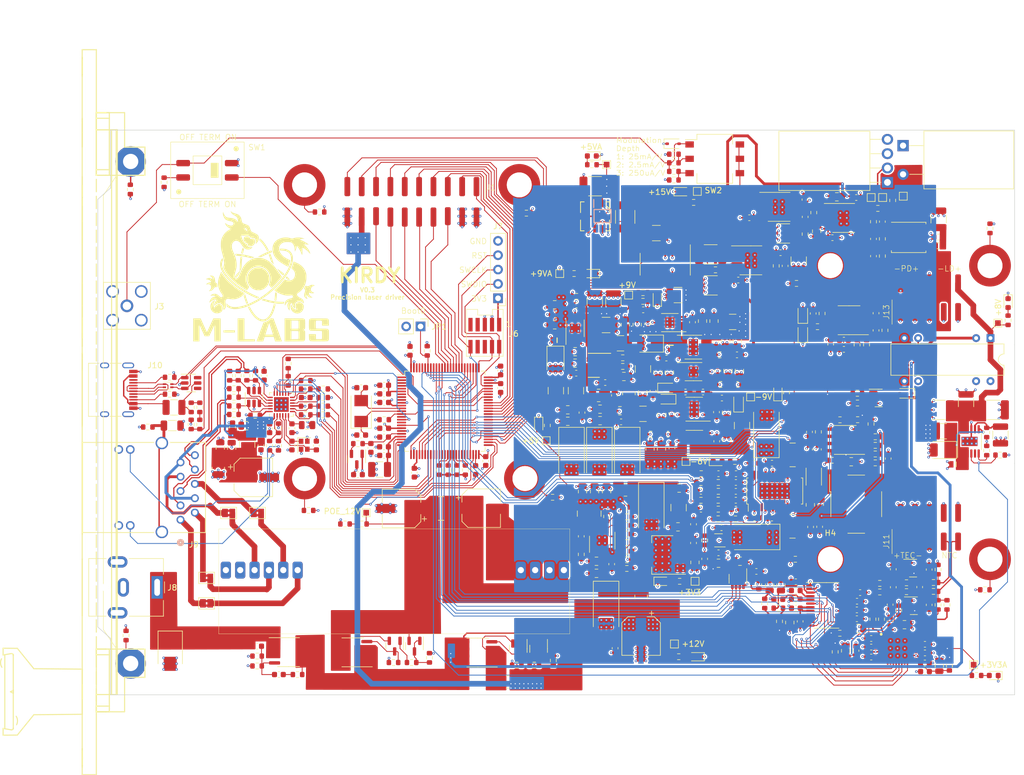
<source format=kicad_pcb>
(kicad_pcb (version 20221018) (generator pcbnew)

  (general
    (thickness 1.6)
  )

  (paper "A4")
  (layers
    (0 "F.Cu" jumper)
    (1 "In1.Cu" signal)
    (2 "In2.Cu" signal)
    (31 "B.Cu" signal)
    (32 "B.Adhes" user "B.Adhesive")
    (33 "F.Adhes" user "F.Adhesive")
    (34 "B.Paste" user)
    (35 "F.Paste" user)
    (36 "B.SilkS" user "B.Silkscreen")
    (37 "F.SilkS" user "F.Silkscreen")
    (38 "B.Mask" user)
    (39 "F.Mask" user)
    (40 "Dwgs.User" user "User.Drawings")
    (41 "Cmts.User" user "User.Comments")
    (42 "Eco1.User" user "User.Eco1")
    (43 "Eco2.User" user "User.Eco2")
    (44 "Edge.Cuts" user)
    (45 "Margin" user)
    (46 "B.CrtYd" user "B.Courtyard")
    (47 "F.CrtYd" user "F.Courtyard")
    (48 "B.Fab" user)
    (49 "F.Fab" user)
    (50 "User.1" user)
    (51 "User.2" user)
    (52 "User.3" user)
    (53 "User.4" user)
    (54 "User.5" user)
    (55 "User.6" user)
    (56 "User.7" user)
    (57 "User.8" user)
    (58 "User.9" user)
  )

  (setup
    (stackup
      (layer "F.SilkS" (type "Top Silk Screen"))
      (layer "F.Paste" (type "Top Solder Paste"))
      (layer "F.Mask" (type "Top Solder Mask") (thickness 0.01))
      (layer "F.Cu" (type "copper") (thickness 0.035))
      (layer "dielectric 1" (type "core") (thickness 0.48) (material "FR4") (epsilon_r 4.5) (loss_tangent 0.02))
      (layer "In1.Cu" (type "copper") (thickness 0.035))
      (layer "dielectric 2" (type "prepreg") (thickness 0.48) (material "FR4") (epsilon_r 4.5) (loss_tangent 0.02))
      (layer "In2.Cu" (type "copper") (thickness 0.035))
      (layer "dielectric 3" (type "core") (thickness 0.48) (material "FR4") (epsilon_r 4.5) (loss_tangent 0.02))
      (layer "B.Cu" (type "copper") (thickness 0.035))
      (layer "B.Mask" (type "Bottom Solder Mask") (thickness 0.01))
      (layer "B.Paste" (type "Bottom Solder Paste"))
      (layer "B.SilkS" (type "Bottom Silk Screen"))
      (copper_finish "ENIG")
      (dielectric_constraints no)
    )
    (pad_to_mask_clearance 0)
    (pcbplotparams
      (layerselection 0x00010fc_ffffffff)
      (plot_on_all_layers_selection 0x0000000_00000000)
      (disableapertmacros false)
      (usegerberextensions true)
      (usegerberattributes false)
      (usegerberadvancedattributes false)
      (creategerberjobfile true)
      (dashed_line_dash_ratio 12.000000)
      (dashed_line_gap_ratio 3.000000)
      (svgprecision 6)
      (plotframeref false)
      (viasonmask false)
      (mode 1)
      (useauxorigin false)
      (hpglpennumber 1)
      (hpglpenspeed 20)
      (hpglpendiameter 15.000000)
      (dxfpolygonmode true)
      (dxfimperialunits true)
      (dxfusepcbnewfont true)
      (psnegative false)
      (psa4output false)
      (plotreference false)
      (plotvalue false)
      (plotinvisibletext false)
      (sketchpadsonfab false)
      (subtractmaskfromsilk true)
      (outputformat 1)
      (mirror false)
      (drillshape 0)
      (scaleselection 1)
      (outputdirectory "gerbers")
    )
  )

  (net 0 "")
  (net 1 "+5VA")
  (net 2 "GND")
  (net 3 "Net-(U1-VOUT_F)")
  (net 4 "Net-(U4--)")
  (net 5 "Net-(U2-OUT)")
  (net 6 "Net-(U4-+)")
  (net 7 "+9VA")
  (net 8 "-6V")
  (net 9 "+15V")
  (net 10 "Net-(U6-+)")
  (net 11 "Net-(C13-Pad2)")
  (net 12 "/MCU/PD_MON")
  (net 13 "Net-(C18-Pad2)")
  (net 14 "Net-(C18-Pad1)")
  (net 15 "Net-(U5B-+)")
  (net 16 "+3V3")
  (net 17 "Net-(U6--)")
  (net 18 "Net-(Q2-G)")
  (net 19 "/MCU/VREF")
  (net 20 "+12V")
  (net 21 "Net-(C25-Pad2)")
  (net 22 "Net-(C26-Pad2)")
  (net 23 "Net-(C26-Pad1)")
  (net 24 "Net-(C27-Pad1)")
  (net 25 "/driveStage/PD_C")
  (net 26 "Net-(C28-Pad1)")
  (net 27 "-9V")
  (net 28 "IN")
  (net 29 "Net-(U8-VCAP_1)")
  (net 30 "Net-(U8-VCAP_2)")
  (net 31 "Net-(C52-Pad1)")
  (net 32 "Net-(U8-PH0)")
  (net 33 "Net-(U8-PH1)")
  (net 34 "/MCU/VDDA")
  (net 35 "Net-(D6-K)")
  (net 36 "Net-(D5-A)")
  (net 37 "Net-(U9-C+)")
  (net 38 "Net-(D5-K)")
  (net 39 "Net-(C57-Pad1)")
  (net 40 "+9V")
  (net 41 "+8V")
  (net 42 "+3.3VA")
  (net 43 "/thermostat/DAC_REF")
  (net 44 "Net-(U9-C-)")
  (net 45 "Net-(D7-A)")
  (net 46 "Net-(U16-PGFB)")
  (net 47 "/thermostat/MAXV")
  (net 48 "/thermostat/MAXIP")
  (net 49 "/thermostat/MAXIN")
  (net 50 "Net-(U11-EN{slash}UV)")
  (net 51 "Net-(U12-EN{slash}UV)")
  (net 52 "Net-(U13-EN{slash}UV)")
  (net 53 "/MCU/TEC_ISEN")
  (net 54 "Net-(U15-EN{slash}UV)")
  (net 55 "/thermostat/TEC_VREF")
  (net 56 "Net-(U14-EN{slash}UV)")
  (net 57 "Net-(U11-SET)")
  (net 58 "Net-(U16-SET)")
  (net 59 "+5V")
  (net 60 "Net-(U12-SET)")
  (net 61 "Net-(U13-SET)")
  (net 62 "Net-(U14-SET)")
  (net 63 "Net-(U15-SET)")
  (net 64 "Net-(U19-REGCAPD)")
  (net 65 "Net-(U18-REGCAPD)")
  (net 66 "Net-(U21-CTLI)")
  (net 67 "Net-(U18-REFOUT)")
  (net 68 "Net-(U18-REGCAPA)")
  (net 69 "Net-(U19-REGCAPA)")
  (net 70 "Net-(U21-COMP)")
  (net 71 "Net-(U21-CS)")
  (net 72 "Net-(U21-OS2)")
  (net 73 "/Ehternet/AVDDT_PHY")
  (net 74 "/Ehternet/ETH_SHIELD")
  (net 75 "Net-(U23-VIN)")
  (net 76 "Net-(U23-SS{slash}TR)")
  (net 77 "/MCU/RST")
  (net 78 "Net-(FB12-Pad1)")
  (net 79 "/thermostat/TEC+")
  (net 80 "/thermostat/TEC-")
  (net 81 "Net-(U23-BOOT)")
  (net 82 "/MCU/USB_DP")
  (net 83 "/MCU/USB_DN")
  (net 84 "/MCU/SWDIO")
  (net 85 "/MCU/SWCLK")
  (net 86 "Net-(U23-COMP)")
  (net 87 "/digital supply/+12V_Barrel_Jack")
  (net 88 "Net-(Q4-G)")
  (net 89 "Net-(U24-VI)")
  (net 90 "Net-(U26-XTAL2)")
  (net 91 "Net-(U26-XTAL1)")
  (net 92 "Net-(U26-VDDCR)")
  (net 93 "Net-(D1-A2)")
  (net 94 "/driveStage/LD-")
  (net 95 "/thermostat/NTC+")
  (net 96 "/thermostat/NTC-")
  (net 97 "Net-(D4-A)")
  (net 98 "Net-(U27-VBUS)")
  (net 99 "Net-(L3-Pad1)")
  (net 100 "Net-(U21-OS1)")
  (net 101 "Net-(FL2-Pad4)")
  (net 102 "Net-(FL2-Pad1)")
  (net 103 "unconnected-(J6-Pin_6-Pad6)")
  (net 104 "/MCU/PWM_MAXV")
  (net 105 "/MCU/PWM_MAXIP")
  (net 106 "/MCU/PWM_MAXIN")
  (net 107 "unconnected-(J6-Pin_7-Pad7)")
  (net 108 "unconnected-(J6-Pin_8-Pad8)")
  (net 109 "unconnected-(J6-Pin_9-Pad9)")
  (net 110 "/MCU/TEC_VSEN")
  (net 111 "/Ehternet/POE_VC2-")
  (net 112 "/Ehternet/POE_VC1-")
  (net 113 "/MCU/POE_PWR_SRC")
  (net 114 "/Ehternet/RMII_RXD0")
  (net 115 "/Ehternet/POE_VC2+")
  (net 116 "/Ehternet/RMII_RXD1")
  (net 117 "/Ehternet/POE_VC1+")
  (net 118 "/Ehternet/RMII_CRS_DV")
  (net 119 "/Ehternet/RMII_REF_CLK")
  (net 120 "/Ehternet/RMII_MDIO")
  (net 121 "Net-(J9-Pad11)")
  (net 122 "/Ehternet/ETH_LED_1")
  (net 123 "Net-(J9-Pad13)")
  (net 124 "/Ehternet/PHY_TD_P")
  (net 125 "/Ehternet/PHY_TD_N")
  (net 126 "/Ehternet/PHY_RD_P")
  (net 127 "/Ehternet/PHY_RD_N")
  (net 128 "/Ehternet/ETH_LED_2")
  (net 129 "unconnected-(J10-SBU2-PadB8)")
  (net 130 "Net-(J10-CC2)")
  (net 131 "/MCU/USB_VBUS")
  (net 132 "/MCU/LDAC_LOAD")
  (net 133 "/MCU/LDAC_CLK")
  (net 134 "/MCU/LDAC_MOSI")
  (net 135 "/MCU/LDAC_CS")
  (net 136 "/MCU/TADC_SYNC")
  (net 137 "/MCU/TADC_MISO")
  (net 138 "/MCU/TDAC_MOSI")
  (net 139 "/MCU/TADC_CLK")
  (net 140 "/MCU/TDAC_CLK")
  (net 141 "/MCU/TADC_CS")
  (net 142 "/MCU/TDAC_SYNC")
  (net 143 "/MCU/TADC_MOSI")
  (net 144 "unconnected-(J10-SBU1-PadA8)")
  (net 145 "Net-(J10-CC1)")
  (net 146 "Net-(JP1-A)")
  (net 147 "Net-(JP2-B)")
  (net 148 "Net-(JP3-B)")
  (net 149 "Net-(JP4-B)")
  (net 150 "Net-(JP5-B)")
  (net 151 "Net-(L4-Pad1)")
  (net 152 "Net-(Q9-E)")
  (net 153 "Net-(Q1-G)")
  (net 154 "Net-(Q2-S-Pad1)")
  (net 155 "Net-(Q3-B)")
  (net 156 "Net-(Q5-G)")
  (net 157 "/Ehternet/RMII_MDC")
  (net 158 "/Ehternet/PHY_NRST")
  (net 159 "Net-(Q6-B)")
  (net 160 "Net-(Q7-B)")
  (net 161 "Net-(Q8-G)")
  (net 162 "Net-(Q9-B)")
  (net 163 "Net-(R3-Pad2)")
  (net 164 "/Ehternet/RMII_TX_EN")
  (net 165 "/Ehternet/RMII_TXD0")
  (net 166 "/Ehternet/RMII_TXD1")
  (net 167 "Net-(R5-Pad2)")
  (net 168 "Net-(U3--)")
  (net 169 "Net-(U5B--)")
  (net 170 "Net-(U7-OUT)")
  (net 171 "Net-(U8-PE8)")
  (net 172 "Net-(U8-PE9)")
  (net 173 "Net-(U8-PE10)")
  (net 174 "Net-(U8-PE11)")
  (net 175 "Net-(U16-ILIM)")
  (net 176 "Net-(U10-SET)")
  (net 177 "Net-(U17-VFB)")
  (net 178 "Net-(U20B--)")
  (net 179 "Net-(U18-AIN0)")
  (net 180 "Net-(U18-AIN1)")
  (net 181 "Net-(U19-AIN0{slash}REF2-)")
  (net 182 "Net-(U19-AIN1{slash}REF2+)")
  (net 183 "unconnected-(K1-Pad14)")
  (net 184 "Net-(U20A-+)")
  (net 185 "Net-(U20A--)")
  (net 186 "Net-(U23-EN)")
  (net 187 "Net-(U23-RT{slash}CLK)")
  (net 188 "Net-(U23-VSENSE)")
  (net 189 "Net-(U26-RXD0)")
  (net 190 "Net-(U26-RXD1)")
  (net 191 "Net-(U26-CRS_DV)")
  (net 192 "Net-(U26-nINT)")
  (net 193 "Net-(U26-RXER)")
  (net 194 "Net-(U26-RBIAS)")
  (net 195 "Net-(U3-+)")
  (net 196 "Net-(U1-VOUT_S)")
  (net 197 "unconnected-(U2-INV-Pad13)")
  (net 198 "unconnected-(U2-NC-Pad9)")
  (net 199 "unconnected-(U2-RFB-Pad1)")
  (net 200 "unconnected-(U8-PE1-Pad98)")
  (net 201 "unconnected-(U8-PE0-Pad97)")
  (net 202 "unconnected-(U8-PB9-Pad96)")
  (net 203 "unconnected-(U8-PA10-Pad69)")
  (net 204 "unconnected-(U8-PA8-Pad67)")
  (net 205 "unconnected-(U8-PE15-Pad46)")
  (net 206 "unconnected-(U8-PE14-Pad45)")
  (net 207 "/MCU/LD_EN")
  (net 208 "unconnected-(U8-PE13-Pad44)")
  (net 209 "unconnected-(U8-PE12-Pad43)")
  (net 210 "unconnected-(U8-PE7-Pad38)")
  (net 211 "unconnected-(U8-PB2-Pad37)")
  (net 212 "/MCU/TEC_~{SHDN}")
  (net 213 "/MCU/~{LD_SHORT}")
  (net 214 "unconnected-(U8-PC2-Pad17)")
  (net 215 "unconnected-(U8-PC0-Pad15)")
  (net 216 "unconnected-(U8-PC15-Pad9)")
  (net 217 "unconnected-(U8-PC14-Pad8)")
  (net 218 "unconnected-(U8-PC13-Pad7)")
  (net 219 "unconnected-(U8-PE6-Pad5)")
  (net 220 "unconnected-(U8-PE5-Pad4)")
  (net 221 "unconnected-(U8-PE4-Pad3)")
  (net 222 "unconnected-(U8-PE3-Pad2)")
  (net 223 "unconnected-(U8-PE2-Pad1)")
  (net 224 "12Vin")
  (net 225 "unconnected-(U9-NC-Pad12)")
  (net 226 "unconnected-(U9-NC-Pad7)")
  (net 227 "unconnected-(U9-NC-Pad6)")
  (net 228 "unconnected-(U9-NC-Pad3)")
  (net 229 "unconnected-(U9-NC-Pad1)")
  (net 230 "unconnected-(U10-ILIM-Pad5)")
  (net 231 "unconnected-(U11-PG-Pad4)")
  (net 232 "unconnected-(U12-PG-Pad5)")
  (net 233 "unconnected-(U13-PG-Pad4)")
  (net 234 "unconnected-(U14-VIOC-Pad7)")
  (net 235 "unconnected-(U14-PG-Pad4)")
  (net 236 "unconnected-(U15-PG-Pad4)")
  (net 237 "unconnected-(U16-PG-Pad5)")
  (net 238 "unconnected-(U18-GPIO1-Pad20)")
  (net 239 "unconnected-(U18-GPIO0-Pad19)")
  (net 240 "unconnected-(U18-XTAL2{slash}CLKIO-Pad10)")
  (net 241 "unconnected-(U18-XTAL1-Pad9)")
  (net 242 "unconnected-(U19-DNC-Pad3)")
  (net 243 "unconnected-(U19-PDSW-Pad8)")
  (net 244 "unconnected-(U19-XTAL1-Pad9)")
  (net 245 "unconnected-(U19-XTAL2{slash}CLKIO-Pad10)")
  (net 246 "unconnected-(U19-~{ERROR}-Pad15)")
  (net 247 "unconnected-(U19-GPIO0-Pad20)")
  (net 248 "unconnected-(U19-GPIO1-Pad21)")
  (net 249 "unconnected-(U19-GPIO2-Pad22)")
  (net 250 "unconnected-(U19-AIN2-Pad23)")
  (net 251 "unconnected-(U19-AIN3-Pad24)")
  (net 252 "unconnected-(U19-AIN4-Pad25)")
  (net 253 "unconnected-(U19-AIN5-Pad26)")
  (net 254 "unconnected-(U19-AIN6-Pad27)")
  (net 255 "unconnected-(U19-AIN7-Pad28)")
  (net 256 "unconnected-(U19-AIN8-Pad29)")
  (net 257 "unconnected-(U19-GPO3-Pad30)")
  (net 258 "Net-(U20B-+)")
  (net 259 "unconnected-(U22-NC-Pad2)")
  (net 260 "unconnected-(U22-NC-Pad1)")
  (net 261 "unconnected-(U23-PWRGD-Pad14)")
  (net 262 "unconnected-(U27-I{slash}O4-Pad6)")
  (net 263 "unconnected-(U27-I{slash}O3-Pad4)")
  (net 264 "/Ehternet/RJ45_RD_N")
  (net 265 "/Ehternet/RJ45_RD_P")
  (net 266 "/Ehternet/RJ45_TD_N")
  (net 267 "/Ehternet/RJ45_TD_P")
  (net 268 "/thermostat/ADC1_REF")
  (net 269 "/thermostat/ADC1_A3V3")
  (net 270 "/thermostat/ADC1_D3V3")
  (net 271 "/thermostat/ADC2_D3V3")
  (net 272 "/thermostat/ADC2_A3V3")
  (net 273 "/thermostat/ADC2_REF")
  (net 274 "Net-(C124-Pad1)")
  (net 275 "Net-(C125-Pad1)")
  (net 276 "Net-(C126-Pad1)")
  (net 277 "Net-(C156-Pad2)")
  (net 278 "Net-(C157-Pad2)")
  (net 279 "Net-(C166-Pad2)")
  (net 280 "Net-(C167-Pad2)")
  (net 281 "Net-(C177-Pad2)")
  (net 282 "Net-(C76-Pad1)")
  (net 283 "Net-(C179-Pad1)")
  (net 284 "Net-(C187-Pad2)")
  (net 285 "Net-(C188-Pad1)")
  (net 286 "Net-(C208-Pad1)")
  (net 287 "Net-(R7-Pad2)")
  (net 288 "Net-(R23-Pad2)")
  (net 289 "unconnected-(R25-Pad3)")
  (net 290 "Net-(R35-Pad2)")
  (net 291 "Net-(R66-Pad2)")
  (net 292 "Net-(R121-Pad2)")
  (net 293 "Net-(R122-Pad1)")
  (net 294 "/MCU/TERM_STAT")
  (net 295 "Net-(MH1-Pad1)")
  (net 296 "Net-(MH1-Pad2)")
  (net 297 "/thermostat/TEC_REF")
  (net 298 "Net-(D12-A)")
  (net 299 "Net-(D13-A)")
  (net 300 "Net-(D14-A)")
  (net 301 "Net-(D15-A)")
  (net 302 "Net-(D16-A)")
  (net 303 "Net-(D17-A)")
  (net 304 "Net-(D18-A)")
  (net 305 "Net-(D19-A)")
  (net 306 "Net-(D20-A)")
  (net 307 "Net-(D21-A)")
  (net 308 "Net-(D11-A)")
  (net 309 "/digital supply/POE_12V")
  (net 310 "Net-(U29-+)")
  (net 311 "Net-(U29--)")
  (net 312 "Net-(H2-Pad1)")
  (net 313 "Net-(H1-Pad1)")
  (net 314 "Net-(H4-Pad1)")
  (net 315 "Net-(H3-Pad1)")
  (net 316 "Net-(H5-Pad1)")
  (net 317 "Net-(H6-Pad1)")
  (net 318 "Net-(H7-Pad1)")
  (net 319 "Net-(H8-Pad1)")
  (net 320 "/MCU/PC9")
  (net 321 "/MCU/PC8")
  (net 322 "/MCU/PC7")
  (net 323 "/MCU/PD1")
  (net 324 "/MCU/PC6")
  (net 325 "/MCU/PD2")
  (net 326 "/MCU/PD15")
  (net 327 "/MCU/PD3")
  (net 328 "/MCU/PD14")
  (net 329 "/MCU/PD4")
  (net 330 "/MCU/PD13")
  (net 331 "/MCU/PD5")
  (net 332 "/MCU/PD12")
  (net 333 "/MCU/PD6")
  (net 334 "/MCU/PD11")
  (net 335 "/MCU/PD10")

  (footprint "Resistor_SMD:R_0603_1608Metric" (layer "F.Cu") (at 34.544 45.8338 180))

  (footprint "Resistor_SMD:R_0603_1608Metric" (layer "F.Cu") (at 56.4434 93.4499 90))

  (footprint "Capacitor_SMD:C_0603_1608Metric" (layer "F.Cu") (at 34.544 47.3578))

  (footprint "Capacitor_SMD:C_0603_1608Metric" (layer "F.Cu") (at 138.5316 80.9498 90))

  (footprint "Package_TO_SOT_SMD:SOT-23" (layer "F.Cu") (at 50.2882 91.3874 -90))

  (footprint "Capacitor_SMD:C_0805_2012Metric" (layer "F.Cu") (at 103.4288 76.5556 -90))

  (footprint "Inductor_SMD:L_1210_3225Metric" (layer "F.Cu") (at 47.617 60.0964))

  (footprint "Capacitor_SMD:C_0603_1608Metric" (layer "F.Cu") (at 104.4956 63.9706 180))

  (footprint "Resistor_SMD:R_0603_1608Metric" (layer "F.Cu") (at 119.634 46.482 -90))

  (footprint "Resistor_SMD:R_0603_1608Metric" (layer "F.Cu") (at 73.6 14.7 180))

  (footprint "Capacitor_SMD:C_0805_2012Metric" (layer "F.Cu") (at 107.6 76.7))

  (footprint "Capacitor_SMD:C_0603_1608Metric" (layer "F.Cu") (at 137.6328 58.1658 90))

  (footprint "Package_QFP:LQFP-100_14x14mm_P0.5mm" (layer "F.Cu") (at 59.182 49.7798))

  (footprint "Capacitor_SMD:C_0603_1608Metric" (layer "F.Cu") (at 104.4956 67.1332 180))

  (footprint "Resistor_SMD:R_0603_1608Metric" (layer "F.Cu") (at 33.0955 96.414))

  (footprint "Resistor_SMD:R_0603_1608Metric" (layer "F.Cu") (at 37.6308 47.3578 180))

  (footprint "Inductor_SMD:L_1008_2520Metric" (layer "F.Cu") (at 91.7448 46.6344 -90))

  (footprint "Capacitor_SMD:C_0603_1608Metric" (layer "F.Cu") (at 110.6875 60.8397))

  (footprint "Capacitor_SMD:C_0805_2012Metric" (layer "F.Cu") (at 94.1832 46.3922 -90))

  (footprint "Resistor_SMD:R_0603_1608Metric" (layer "F.Cu") (at 115.7754 83.822 -90))

  (footprint "Resistor_SMD:R_0603_1608Metric" (layer "F.Cu") (at 37.6308 45.8338 180))

  (footprint "Resistor_SMD:R_0603_1608Metric" (layer "F.Cu") (at 129.075 89.1 180))

  (footprint "Resistor_SMD:R_0603_1608Metric" (layer "F.Cu") (at 104.4956 62.3984))

  (footprint "Resistor_SMD:R_0603_1608Metric" (layer "F.Cu") (at 78.36 93.918 90))

  (footprint "Capacitor_SMD:C_0603_1608Metric" (layer "F.Cu") (at 135.0256 22.3134 -90))

  (footprint "Capacitor_SMD:C_0603_1608Metric" (layer "F.Cu") (at 99.3394 50.1786 90))

  (footprint "Diode_SMD:D_SMB" (layer "F.Cu") (at 10.5615 92.364 -90))

  (footprint "Capacitor_SMD:C_0603_1608Metric" (layer "F.Cu") (at 78.8126 32.7046 180))

  (footprint "Resistor_SMD:R_0603_1608Metric" (layer "F.Cu") (at 21.844 50.355))

  (footprint "Resistor_SMD:R_0603_1608Metric" (layer "F.Cu") (at 155.65 17.4 -90))

  (footprint "Resistor_SMD:R_0603_1608Metric" (layer "F.Cu") (at 132.1793 46.6024))

  (footprint "Capacitor_SMD:C_0805_2012Metric" (layer "F.Cu") (at 82.2198 41.2662 180))

  (footprint "Package_SO:SOIC-8-1EP_3.9x4.9mm_P1.27mm_EP2.29x3mm" (layer "F.Cu") (at 118.325 13.585))

  (footprint "Capacitor_SMD:C_0805_2012Metric" (layer "F.Cu") (at 86.0044 76.3524 180))

  (footprint "Package_TO_SOT_SMD:SOT-23-6" (layer "F.Cu") (at 25.4 47.2562 90))

  (footprint "Resistor_SMD:R_0603_1608Metric" (layer "F.Cu") (at 158.85 33.675 -90))

  (footprint "LED_SMD:LED_0603_1608Metric" (layer "F.Cu") (at 96.774 29.718 90))

  (footprint "Connector_BarrelJack:BarrelJack_CUI_PJ-063AH_Horizontal" (layer "F.Cu") (at 8.25 80.9732 -90))

  (footprint "TestPoint:TestPoint_Pad_1.0x1.0mm" (layer "F.Cu") (at 77.1 55 180))

  (footprint "Capacitor_SMD:C_1812_4532Metric" (layer "F.Cu") (at 156.2338 49.5436))

  (footprint "Resistor_SMD:R_0603_1608Metric" (layer "F.Cu") (at 136.144 81.788))

  (footprint "Capacitor_SMD:C_0603_1608Metric" (layer "F.Cu") (at 144.137 91.059))

  (footprint "Resistor_SMD:R_0603_1608Metric" (layer "F.Cu") (at 104.5423 60.8397))

  (footprint "Resistor_SMD:R_0603_1608Metric" (layer "F.Cu")
    (tstamp 172e2ccd-5984-45c3-b57b-f7453ad4d6aa)
    (at 148.463 94.869 90)
    (descr "Resistor SMD 0603 (1608 Metric), square (rectangular) end terminal, IPC_7351 nominal, (Body size source: IPC-SM-782 page 72, https://www.pcb-3d.com/wordpress/wp-content/uploads/ipc-sm-782a_amendment_1_and_2.pdf), generated with kicad-footprint-generator")
    (tags "resistor")
    (property "MFR_PN" "RC0603FR-0733RL")
    (property "MFR_PN_ALT" "CRGCQ0603F33R")
    (property "Sheetfile" "thermostat.kicad_sch")
    (property "Sheetname" "thermostat")
    (property "dnp" "")
    (property "ki_description" "Resistor")
    (property "ki_keywords" "R res resistor")
    (path "/bda728c0-b189-4e05-8d4f-58a38acf883b/558f1ad0-88ec-4056-ad85-5fa30a6ceb4f")
    (attr smd)
    (fp_text reference "R56" (at 0 -1.43 90) (layer "F.SilkS") hide
        (effects (font (size 1 1) (thickness 0.15)))
      (tstamp b368c516-fd3f-4474-9625-3fea7e4e0969)
    )
    (fp_text value "33" (at 0 1.43 90) (layer "F.Fab")
        (effects (font (size 1 1) (thickness 0.15)))
      (tstamp 0a73afc7-0b81-49d1-9577-930cd144bebd)
    )
    (fp_text user "${REFERENCE}" (at 0 0 90) (layer "F.Fab")
        (effects (font (size 0.4 0.4) (thickness 0.06)))
      (tstamp 11729988-d77f-4a75-ad02-8ff6fb7ffffa)
    )
    (fp_line (start -0.237258 -0.5225) (end 0.237258 -0.5225)
      (stroke (width 0.12) (type solid)) (layer "F.SilkS") (tstamp 558e46f4-98c4-4739-86da-304474adca01))
    (fp_line (start -0.237258 0.5225) (end 0.237258 0.5225)
      (stroke (width 0.12) (type solid)) (layer "F.SilkS") (tstamp eb5ffa6f-8496-4728-96f8-55d4457186dc))
    (fp_line (start -1.48 -0.73) (end 1.48 -0.73)
      (stroke (width 0.05) (type solid)) (layer "F.CrtYd") (tstamp 1dd8c134-6338-4500-afed-25bd2f1937e5))
    (fp_line (start -1.48 0.73) (end -1.48 -0.73)
      (stroke (width 0.05) (type solid)) (layer "F.CrtYd") (tstamp 77d60b8e-0945-4f94-af79-1c08a0767006))
    (fp_line (start 1.48 -0.73) (end 1.48 0.73)
      (stroke (width 0.05) (type solid)) (layer "F.CrtYd") (tstamp e54c3cbf-1a39-41b8-acc7-8177eda42426))
    (fp_line (start 1.48 0.73) (end -1.48 0.73)
      (stroke (width 0.05) (type solid)) (layer "F.CrtYd") (tstamp b1006b32-40cc-4ff1-97ea-1f16eed21c87))
    (fp_line (start -0.8 -0.4125) (end 0.8 -0.4125)
      (stroke (width 0.1) (type solid)) (layer "F.Fab") (tstamp 53e180b2-547e-43b9-936b-c71d98edd069))
    (fp_line (start -0.8 0.4125) (end -0.8 -0.4125)
      (stroke (width 0.1) (type solid)) (layer "F.Fab") (tstamp 5deda2dc-8023-4c62-9f1b-93215aab2c37))
    (fp_line (start 0.8 -0.
... [5847982 chars truncated]
</source>
